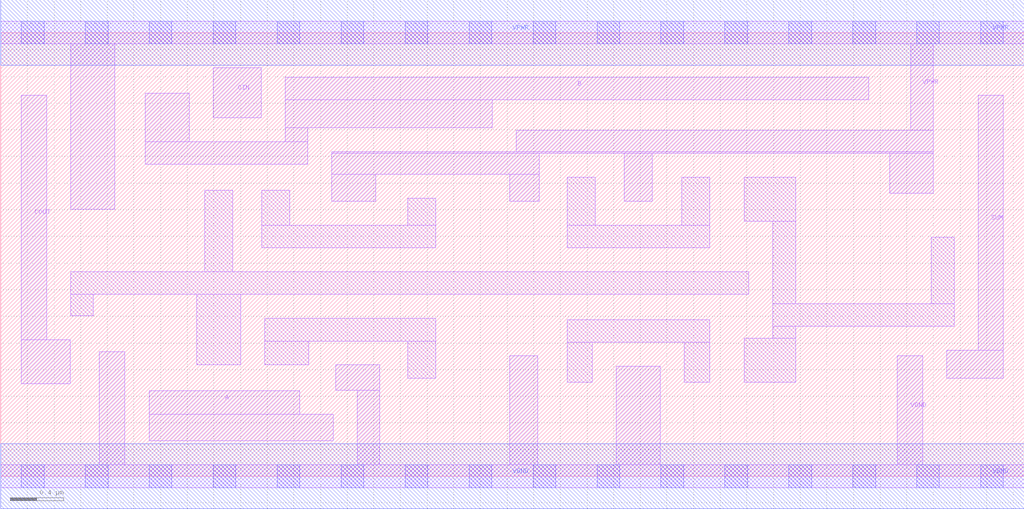
<source format=lef>
# Copyright 2020 The SkyWater PDK Authors
#
# Licensed under the Apache License, Version 2.0 (the "License");
# you may not use this file except in compliance with the License.
# You may obtain a copy of the License at
#
#     https://www.apache.org/licenses/LICENSE-2.0
#
# Unless required by applicable law or agreed to in writing, software
# distributed under the License is distributed on an "AS IS" BASIS,
# WITHOUT WARRANTIES OR CONDITIONS OF ANY KIND, either express or implied.
# See the License for the specific language governing permissions and
# limitations under the License.
#
# SPDX-License-Identifier: Apache-2.0

VERSION 5.7 ;
  NAMESCASESENSITIVE ON ;
  NOWIREEXTENSIONATPIN ON ;
  DIVIDERCHAR "/" ;
  BUSBITCHARS "[]" ;
UNITS
  DATABASE MICRONS 200 ;
END UNITS
MACRO sky130_fd_sc_lp__fa_m
  CLASS CORE ;
  SOURCE USER ;
  FOREIGN sky130_fd_sc_lp__fa_m ;
  ORIGIN  0.000000  0.000000 ;
  SIZE  7.680000 BY  3.330000 ;
  SYMMETRY X Y R90 ;
  SITE unit ;
  PIN A
    ANTENNAGATEAREA  0.504000 ;
    DIRECTION INPUT ;
    USE SIGNAL ;
    PORT
      LAYER li1 ;
        RECT 1.115000 0.265000 2.495000 0.465000 ;
        RECT 1.115000 0.465000 2.245000 0.640000 ;
    END
  END A
  PIN B
    ANTENNAGATEAREA  0.504000 ;
    DIRECTION INPUT ;
    USE SIGNAL ;
    PORT
      LAYER li1 ;
        RECT 1.085000 2.340000 2.305000 2.510000 ;
        RECT 1.085000 2.510000 1.415000 2.875000 ;
        RECT 2.135000 2.510000 2.305000 2.615000 ;
        RECT 2.135000 2.615000 3.690000 2.825000 ;
        RECT 2.135000 2.825000 6.515000 2.995000 ;
    END
  END B
  PIN CIN
    ANTENNAGATEAREA  0.378000 ;
    DIRECTION INPUT ;
    USE SIGNAL ;
    PORT
      LAYER li1 ;
        RECT 1.595000 2.690000 1.955000 3.065000 ;
    END
  END CIN
  PIN COUT
    ANTENNADIFFAREA  0.222600 ;
    DIRECTION OUTPUT ;
    USE SIGNAL ;
    PORT
      LAYER li1 ;
        RECT 0.155000 0.695000 0.520000 1.025000 ;
        RECT 0.155000 1.025000 0.345000 2.860000 ;
    END
  END COUT
  PIN SUM
    ANTENNADIFFAREA  0.222600 ;
    DIRECTION OUTPUT ;
    USE SIGNAL ;
    PORT
      LAYER li1 ;
        RECT 7.100000 0.735000 7.525000 0.945000 ;
        RECT 7.335000 0.945000 7.525000 2.860000 ;
    END
  END SUM
  PIN VGND
    DIRECTION INOUT ;
    USE GROUND ;
    PORT
      LAYER li1 ;
        RECT 0.000000 -0.085000 7.680000 0.085000 ;
        RECT 0.740000  0.085000 0.930000 0.935000 ;
        RECT 2.515000  0.645000 2.845000 0.835000 ;
        RECT 2.675000  0.085000 2.845000 0.645000 ;
        RECT 3.820000  0.085000 4.030000 0.905000 ;
        RECT 4.620000  0.085000 4.950000 0.825000 ;
        RECT 6.730000  0.085000 6.920000 0.905000 ;
      LAYER mcon ;
        RECT 0.155000 -0.085000 0.325000 0.085000 ;
        RECT 0.635000 -0.085000 0.805000 0.085000 ;
        RECT 1.115000 -0.085000 1.285000 0.085000 ;
        RECT 1.595000 -0.085000 1.765000 0.085000 ;
        RECT 2.075000 -0.085000 2.245000 0.085000 ;
        RECT 2.555000 -0.085000 2.725000 0.085000 ;
        RECT 3.035000 -0.085000 3.205000 0.085000 ;
        RECT 3.515000 -0.085000 3.685000 0.085000 ;
        RECT 3.995000 -0.085000 4.165000 0.085000 ;
        RECT 4.475000 -0.085000 4.645000 0.085000 ;
        RECT 4.955000 -0.085000 5.125000 0.085000 ;
        RECT 5.435000 -0.085000 5.605000 0.085000 ;
        RECT 5.915000 -0.085000 6.085000 0.085000 ;
        RECT 6.395000 -0.085000 6.565000 0.085000 ;
        RECT 6.875000 -0.085000 7.045000 0.085000 ;
        RECT 7.355000 -0.085000 7.525000 0.085000 ;
      LAYER met1 ;
        RECT 0.000000 -0.245000 7.680000 0.245000 ;
    END
  END VGND
  PIN VPWR
    DIRECTION INOUT ;
    USE POWER ;
    PORT
      LAYER li1 ;
        RECT 0.000000 3.245000 7.680000 3.415000 ;
        RECT 0.525000 2.005000 0.855000 3.245000 ;
        RECT 2.485000 2.065000 2.815000 2.265000 ;
        RECT 2.485000 2.265000 4.040000 2.425000 ;
        RECT 2.485000 2.425000 7.000000 2.435000 ;
        RECT 3.820000 2.065000 4.040000 2.265000 ;
        RECT 3.870000 2.435000 7.000000 2.595000 ;
        RECT 4.680000 2.065000 4.890000 2.425000 ;
        RECT 6.670000 2.125000 7.000000 2.425000 ;
        RECT 6.830000 2.595000 7.000000 3.245000 ;
      LAYER mcon ;
        RECT 0.155000 3.245000 0.325000 3.415000 ;
        RECT 0.635000 3.245000 0.805000 3.415000 ;
        RECT 1.115000 3.245000 1.285000 3.415000 ;
        RECT 1.595000 3.245000 1.765000 3.415000 ;
        RECT 2.075000 3.245000 2.245000 3.415000 ;
        RECT 2.555000 3.245000 2.725000 3.415000 ;
        RECT 3.035000 3.245000 3.205000 3.415000 ;
        RECT 3.515000 3.245000 3.685000 3.415000 ;
        RECT 3.995000 3.245000 4.165000 3.415000 ;
        RECT 4.475000 3.245000 4.645000 3.415000 ;
        RECT 4.955000 3.245000 5.125000 3.415000 ;
        RECT 5.435000 3.245000 5.605000 3.415000 ;
        RECT 5.915000 3.245000 6.085000 3.415000 ;
        RECT 6.395000 3.245000 6.565000 3.415000 ;
        RECT 6.875000 3.245000 7.045000 3.415000 ;
        RECT 7.355000 3.245000 7.525000 3.415000 ;
      LAYER met1 ;
        RECT 0.000000 3.085000 7.680000 3.575000 ;
    END
  END VPWR
  OBS
    LAYER li1 ;
      RECT 0.525000 1.205000 0.695000 1.365000 ;
      RECT 0.525000 1.365000 5.615000 1.535000 ;
      RECT 1.470000 0.835000 1.800000 1.365000 ;
      RECT 1.530000 1.535000 1.740000 2.145000 ;
      RECT 1.960000 1.715000 3.265000 1.885000 ;
      RECT 1.960000 1.885000 2.170000 2.145000 ;
      RECT 1.980000 0.835000 2.310000 1.015000 ;
      RECT 1.980000 1.015000 3.265000 1.185000 ;
      RECT 3.055000 0.735000 3.265000 1.015000 ;
      RECT 3.055000 1.885000 3.265000 2.085000 ;
      RECT 4.250000 0.705000 4.440000 1.005000 ;
      RECT 4.250000 1.005000 5.320000 1.175000 ;
      RECT 4.250000 1.715000 5.320000 1.885000 ;
      RECT 4.250000 1.885000 4.460000 2.245000 ;
      RECT 5.110000 1.885000 5.320000 2.245000 ;
      RECT 5.130000 0.705000 5.320000 1.005000 ;
      RECT 5.580000 0.705000 5.965000 1.035000 ;
      RECT 5.580000 1.915000 5.965000 2.245000 ;
      RECT 5.795000 1.035000 5.965000 1.125000 ;
      RECT 5.795000 1.125000 7.155000 1.295000 ;
      RECT 5.795000 1.295000 5.965000 1.915000 ;
      RECT 6.985000 1.295000 7.155000 1.795000 ;
  END
END sky130_fd_sc_lp__fa_m

</source>
